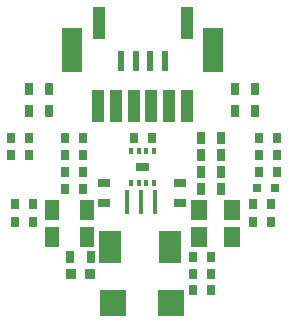
<source format=gtp>
G04*
G04 #@! TF.GenerationSoftware,Altium Limited,Altium Designer,21.4.1 (30)*
G04*
G04 Layer_Color=8421504*
%FSLAX44Y44*%
%MOMM*%
G71*
G04*
G04 #@! TF.SameCoordinates,B5D191E2-0800-4242-8A0F-E0629761C544*
G04*
G04*
G04 #@! TF.FilePolarity,Positive*
G04*
G01*
G75*
%ADD15R,0.7000X0.9000*%
%ADD16R,0.8000X1.0000*%
%ADD17R,1.0000X0.8000*%
%ADD18R,1.1500X1.8200*%
%ADD19R,0.8900X0.9300*%
%ADD20R,0.8000X0.8000*%
%ADD21R,0.3000X0.5250*%
%ADD22R,1.0000X2.7000*%
%ADD23R,0.6000X1.7000*%
%ADD24R,1.0000X2.7000*%
%ADD25R,1.8000X3.8000*%
%ADD26R,0.4000X2.0000*%
%ADD27R,1.3800X1.8200*%
%ADD28R,2.2000X2.3000*%
%ADD29R,1.9050X2.7940*%
G36*
X158208Y147040D02*
X147207D01*
Y153540D01*
X158208D01*
Y147040D01*
D02*
G37*
D15*
X160500Y175000D02*
D03*
X145500D02*
D03*
X102331Y132000D02*
D03*
X87330D02*
D03*
X102331Y175000D02*
D03*
X87330D02*
D03*
X102331Y160667D02*
D03*
X87330D02*
D03*
X210700Y45720D02*
D03*
X195700D02*
D03*
X246300Y104000D02*
D03*
X261301D02*
D03*
X45000D02*
D03*
X60000D02*
D03*
X266500Y146334D02*
D03*
X251500D02*
D03*
X56500Y160667D02*
D03*
X41500D02*
D03*
X56500Y175000D02*
D03*
X41500D02*
D03*
X87330Y146333D02*
D03*
X102331D02*
D03*
X266500Y160667D02*
D03*
X251500D02*
D03*
Y175000D02*
D03*
X266500D02*
D03*
X261301Y118500D02*
D03*
X246300D02*
D03*
X60000D02*
D03*
X45000D02*
D03*
X195700Y73660D02*
D03*
X210700D02*
D03*
Y59690D02*
D03*
X195700D02*
D03*
D16*
X231500Y216000D02*
D03*
X248500D02*
D03*
X231500Y198000D02*
D03*
X248500D02*
D03*
X56500Y216000D02*
D03*
X73500D02*
D03*
X56500Y198000D02*
D03*
X73500D02*
D03*
X91830Y73660D02*
D03*
X108830D02*
D03*
X219200Y132000D02*
D03*
X202200D02*
D03*
X219200Y146334D02*
D03*
X202200D02*
D03*
Y160667D02*
D03*
X219200D02*
D03*
X202200Y175000D02*
D03*
X219200D02*
D03*
D17*
X120000Y136500D02*
D03*
Y119500D02*
D03*
X184999Y136500D02*
D03*
Y119500D02*
D03*
D18*
X106080Y91400D02*
D03*
X76380D02*
D03*
X106080Y113900D02*
D03*
X76380D02*
D03*
D19*
X108030Y59690D02*
D03*
X92630D02*
D03*
D20*
X265000Y132250D02*
D03*
X250000D02*
D03*
D21*
X149458Y163915D02*
D03*
X155957D02*
D03*
X142957D02*
D03*
X162457D02*
D03*
X142957Y136665D02*
D03*
X149458D02*
D03*
X155957D02*
D03*
X162457D02*
D03*
D22*
X190500Y272000D02*
D03*
X116000D02*
D03*
D23*
X159500Y240000D02*
D03*
X172000D02*
D03*
X147000D02*
D03*
X134500D02*
D03*
D24*
X190358Y201930D02*
D03*
X175357D02*
D03*
X160357D02*
D03*
X145358D02*
D03*
X130357D02*
D03*
X115358D02*
D03*
D25*
X212858Y248930D02*
D03*
X92857D02*
D03*
D26*
X163406Y120460D02*
D03*
X151406D02*
D03*
X139406D02*
D03*
D27*
X201100Y113900D02*
D03*
X228480D02*
D03*
X201100Y91400D02*
D03*
X228480D02*
D03*
D28*
X177040Y35370D02*
D03*
X128040D02*
D03*
D29*
X125730Y82360D02*
D03*
X176530D02*
D03*
M02*

</source>
